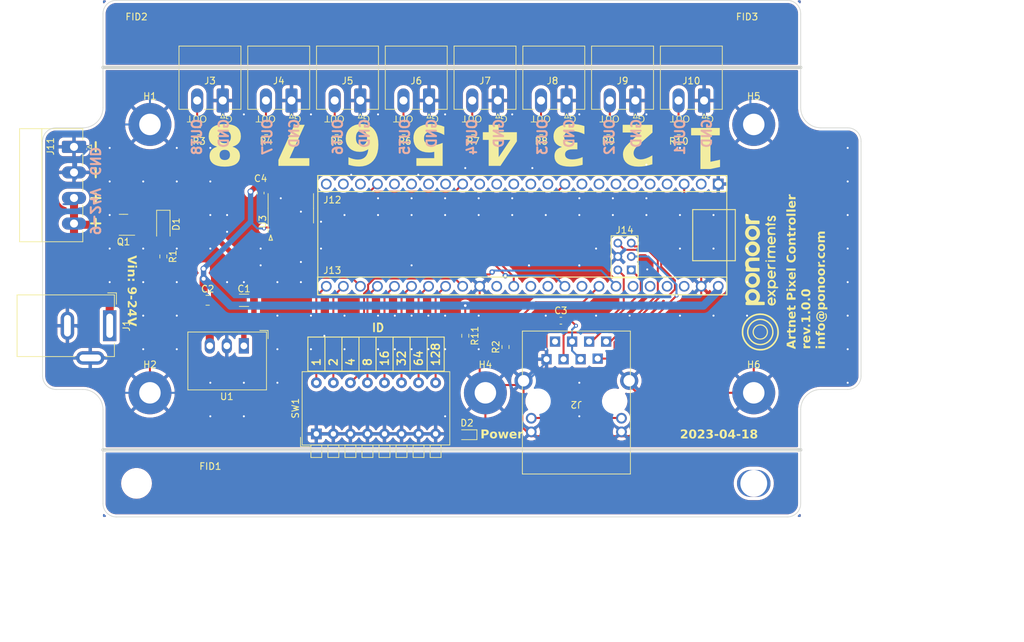
<source format=kicad_pcb>
(kicad_pcb (version 20221018) (generator pcbnew)
  (title_block (title "Artnet Pixel Controller Mount Image") (date "2023-04-14") (rev "v0.1.0") (company "Ponoor Experiments inc."))
  (layers (0 "F.Cu" signal) (31 "B.Cu" signal) (34 "B.Paste" user) (35 "F.Paste" user) (36 "B.SilkS" user "B.Silkscreen") (37 "F.SilkS" user "F.Silkscreen") (38 "B.Mask" user) (39 "F.Mask" user) (44 "Edge.Cuts" user))
  (net 0 "")
  (net 1 "Net-(D1-K)")
  (net 2 "GND")
  (net 3 "+5V")
  (net 4 "Net-(J2-RCT)")
  (net 5 "Net-(D1-A)")
  (net 6 "Net-(D2-A)")
  (net 7 "Net-(J11-Pin_3)")
  (net 8 "Net-(J2-TD+)")
  (net 9 "Net-(J2-TD-)")
  (net 10 "Net-(J2-RD+)")
  (net 11 "Net-(J2-RD-)")
  (net 12 "Net-(U2-LED)")
  (net 13 "Net-(J2-Pad11)")
  (net 14 "Net-(J3-Pin_2)")
  (net 15 "Net-(J4-Pin_2)")
  (net 16 "Net-(J5-Pin_2)")
  (net 17 "Net-(J6-Pin_2)")
  (net 18 "Net-(J7-Pin_2)")
  (net 19 "Net-(J8-Pin_2)")
  (net 20 "Net-(J9-Pin_2)")
  (net 21 "Net-(J10-Pin_2)")
  (net 22 "/LINK_LED")
  (net 23 "Net-(U3-B0)")
  (net 24 "Net-(U3-B1)")
  (net 25 "Net-(U3-B2)")
  (net 26 "Net-(U3-B3)")
  (net 27 "Net-(U3-B4)")
  (net 28 "Net-(U3-B5)")
  (net 29 "Net-(U3-B6)")
  (net 30 "Net-(U3-B7)")
  (net 32 "Net-(U2-41)")
  (net 33 "/LED_1")
  (net 36 "/LED_8")
  (net 37 "/LED_5")
  (net 38 "/LED_3")
  (net 39 "/LED_4")
  (net 56 "/LED_2")
  (net 61 "/LED_6")
  (net 62 "/LED_7")
  (net 65 "Net-(U2-33)")
  (net 66 "Net-(U2-34)")
  (net 68 "Net-(U2-36)")
  (net 69 "Net-(U2-37)")
  (net 70 "Net-(U2-38)")
  (net 71 "Net-(U2-39)")
  (net 72 "Net-(U2-40)")
  (footprint "Capacitor_SMD:C_0603_1608Metric" (layer "F.Cu") (at 167.25 120.75 180)
    (fp_text reference "C3")
    (fp_text value "100nF")
  )
  (footprint "MountingHole:MountingHole_3.2mm_M3_Pad" (layer "F.Cu") (at 196 91.5)
    (fp_text reference "H5")
    (fp_text value "MountingHole_Pad")
  )
  (footprint "Connector_Phoenix_MC:PhoenixContact_MC_1,5_4-G-3.81_1x04_P3.81mm_Horizontal" (layer "F.Cu") (at 94.6825 94.84 -90)
    (fp_text reference "J11")
    (fp_text value "Conn_01x04_Pin")
  )
  (footprint "Package_SO:TSSOP-20_4.4x6.5mm_P0.65mm" (layer "F.Cu") (at 127 104 90)
    (fp_text reference "U3")
    (fp_text value "74HC245")
  )
  (footprint "Resistor_SMD:R_0603_1608Metric" (layer "F.Cu") (at 113.325 92.5 180)
    (fp_text reference "R3")
    (fp_text value "330")
  )
  (footprint "Resistor_SMD:R_0603_1608Metric" (layer "F.Cu") (at 159 124.675 90)
    (fp_text reference "R2")
    (fp_text value "220")
  )
  (footprint "Fiducial:Fiducial_1mm_Mask3mm" (layer "F.Cu") (at 104 78)
    (fp_text reference "FID2")
    (fp_text value "Fiducial")
  )
  (footprint "Resistor_SMD:R_0603_1608Metric" (layer "F.Cu") (at 174.325 92.5)
    (fp_text reference "R9")
    (fp_text value "330")
  )
  (footprint "Connector_BarrelJack:BarrelJack_GCT_DCJ200-10-A_Horizontal" (layer "F.Cu") (at 100 121.5 -90)
    (fp_text reference "J1")
    (fp_text value "Barrel_Jack_Switch")
  )
  (footprint "Diode_SMD:D_SOD-123F" (layer "F.Cu") (at 108 106.5 -90)
    (fp_text reference "D1")
    (fp_text value "BZT52C5V1/5V")
  )
  (footprint "Capacitor_SMD:C_1206_3216Metric" (layer "F.Cu") (at 120.028 117.7075 180)
    (fp_text reference "C1")
    (fp_text value "10uF/50V")
  )
  (footprint "MountingHole:MountingHole_3.2mm_M3_Pad" (layer "F.Cu") (at 196 131.5)
    (fp_text reference locked "H6")
    (fp_text value "MountingHole_Pad")
  )
  (footprint "Local_Library:Teensy41_bothside+ETH" (layer "F.Cu") (at 161.5 108 180)
    (fp_text reference "U2" hide)
    (fp_text value "~")
  )
  (footprint "Button_Switch_THT:SW_DIP_SPSTx08_Piano_10.8x21.88mm_W7.62mm_P2.54mm" (layer "F.Cu") (at 130.8 137.62 90)
    (fp_text reference "SW1")
    (fp_text value "SW_DIP_x08")
  )
  (footprint "Connector_Phoenix_MC:PhoenixContact_MC_1,5_2-G-3.81_1x02_P3.81mm_Horizontal" (layer "F.Cu") (at 147.6 87.9325 180)
    (fp_text reference "J6")
    (fp_text value "Conn_01x02_Pin")
  )
  (footprint "Connector_Phoenix_MC:PhoenixContact_MC_1,5_2-G-3.81_1x02_P3.81mm_Horizontal" (layer "F.Cu") (at 137.35 87.9325 180)
    (fp_text reference "J5")
    (fp_text value "Conn_01x02_Pin")
  )
  (footprint "Resistor_SMD:R_0603_1608Metric" (layer "F.Cu") (at 133.825 92.5)
    (fp_text reference "R5")
    (fp_text value "330")
  )
  (footprint "MountingHole:MountingHole_3.2mm_M3_Pad" (layer "F.Cu") (at 106 91.5)
    (fp_text reference "H1")
    (fp_text value "MountingHole_Pad")
  )
  (footprint "Local_Library:HR871181A" (layer "F.Cu") (at 169.56 132.75 180)
    (fp_text reference "J2")
    (fp_text value "HR871181A")
  )
  (footprint "MountingHole:MountingHole_3.2mm_M3_Pad" (layer "F.Cu") (at 156 131.5)
    (fp_text reference "H4")
    (fp_text value "MountingHole_Pad")
  )
  (footprint "Connector_Phoenix_MC:PhoenixContact_MC_1,5_2-G-3.81_1x02_P3.81mm_Horizontal" (layer "F.Cu") (at 178.35 87.9325 180)
    (fp_text reference "J9")
    (fp_text value "Conn_01x02_Pin")
  )
  (footprint "Resistor_SMD:R_0603_1608Metric" (layer "F.Cu") (at 123.325 92.5 180)
    (fp_text reference "R4")
    (fp_text value "330")
  )
  (footprint "MountingHole:MountingHole_4mm" (layer "F.Cu") (at 196 145)
    (fp_text reference "H7" hide)
    (fp_text value "MountingHole")
  )
  (footprint "Resistor_SMD:R_0603_1608Metric" (layer "F.Cu") (at 143.825 92.5)
    (fp_text reference "R6")
    (fp_text value "330")
  )
  (footprint "Package_TO_SOT_SMD:SOT-23" (layer "F.Cu") (at 102.0625 106.45 180)
    (fp_text reference "Q1")
    (fp_text value "AO3401A")
  )
  (footprint "Resistor_SMD:R_0603_1608Metric" (layer "F.Cu") (at 164.325 92.5)
    (fp_text reference "R8")
    (fp_text value "330")
  )
  (footprint "Connector_Phoenix_MC:PhoenixContact_MC_1,5_2-G-3.81_1x02_P3.81mm_Horizontal" (layer "F.Cu") (at 127.1 87.9325 180)
    (fp_text reference "J4")
    (fp_text value "Conn_01x02_Pin")
  )
  (footprint "Fiducial:Fiducial_1mm_Mask3mm" (layer "F.Cu") (at 195 78)
    (fp_text reference "FID3")
    (fp_text value "Fiducial")
  )
  (footprint "Fiducial:Fiducial_1mm_Mask3mm" (layer "F.Cu") (at 115 145)
    (fp_text reference "FID1")
    (fp_text value "Fiducial")
  )
  (footprint "Connector_Phoenix_MC:PhoenixContact_MC_1,5_2-G-3.81_1x02_P3.81mm_Horizontal" (layer "F.Cu") (at 168.1 87.9325 180)
    (fp_text reference "J8")
    (fp_text value "Conn_01x02_Pin")
  )
  (footprint "Connector_Phoenix_MC:PhoenixContact_MC_1,5_2-G-3.81_1x02_P3.81mm_Horizontal" (layer "F.Cu") (at 157.85 87.9325 180)
    (fp_text reference "J7")
    (fp_text value "Conn_01x02_Pin")
  )
  (footprint "Converter_DCDC:Converter_DCDC_RECOM_R-78E-0.5_THT" (layer "F.Cu") (at 120 124.5 180)
    (fp_text reference "U1")
    (fp_text value "R-785.0-1.0")
  )
  (footprint "Capacitor_SMD:C_0805_2012Metric" (layer "F.Cu") (at 114.603 117.7075)
    (fp_text reference "C2")
    (fp_text value "10uF/10V")
  )
  (footprint "MountingHole:MountingHole_3.2mm_M3_Pad" (layer "F.Cu") (at 106 131.5)
    (fp_text reference "H2")
    (fp_text value "MountingHole_Pad")
  )
  (footprint "Resistor_SMD:R_0603_1608Metric" (layer "F.Cu") (at 153 123 -90)
    (fp_text reference "R11")
    (fp_text value "10k")
  )
  (footprint "Connector_Phoenix_MC:PhoenixContact_MC_1,5_2-G-3.81_1x02_P3.81mm_Horizontal" (layer "F.Cu") (at 116.85 87.9325 180)
    (fp_text reference "J3")
    (fp_text value "Conn_01x02_Pin")
  )
  (footprint "Connector_Phoenix_MC:PhoenixContact_MC_1,5_2-G-3.81_1x02_P3.81mm_Horizontal" (layer "F.Cu") (at 188.6 87.9325 180)
    (fp_text reference "J10")
    (fp_text value "Conn_01x02_Pin")
  )
  (footprint "MountingHole:MountingHole_4mm" (layer "F.Cu") (at 104 145)
    (fp_text reference "H3" hide)
    (fp_text value "MountingHole")
  )
  (footprint "Resistor_SMD:R_0603_1608Metric" (layer "F.Cu") (at 108 111.175 -90)
    (fp_text reference "R1")
    (fp_text value "10k")
  )
  (footprint "Resistor_SMD:R_0603_1608Metric" (layer "F.Cu") (at 184.825 92.5)
    (fp_text reference "R10")
    (fp_text value "330")
  )
  (footprint "Capacitor_SMD:C_0603_1608Metric" (layer "F.Cu") (at 122.5 101.725 -90)
    (fp_text reference "C4")
    (fp_text value "100nF")
  )
  (footprint "Local_Library:ponoor_full_21x6" (layer "F.Cu") (at 197 115 90)
    (fp_text reference "G***" hide)
    (fp_text value "LOGO" hide)
  )
  (footprint "LED_SMD:LED_0603_1608Metric" (layer "F.Cu") (at 153.25 137.75 180)
    (fp_text reference "D2")
    (fp_text value "LED")
  )
  (footprint "Resistor_SMD:R_0603_1608Metric" (layer "F.Cu") (at 154.175 92.5)
    (fp_text reference "R7")
    (fp_text value "330")
  )
  (gr_line (start 147.32 128.27) (end 144.78 128.27) (stroke (width 0.15)) (layer "F.SilkS"))
  (gr_line (start 132.08 128.27) (end 132.08 123.19) (stroke (width 0.15)) (layer "F.SilkS"))
  (gr_line (start 147.32 123.19) (end 147.32 128.27) (stroke (width 0.15)) (layer "F.SilkS"))
  (gr_line (start 149.86 123.19) (end 129.54 123.19) (stroke (width 0.15)) (layer "F.SilkS"))
  (gr_line (start 123.75 108.75) (end 124.25 108.75) (stroke (width 0.15)) (layer "F.SilkS"))
  (gr_rect (start 131.02 99.11) (end 192 101.5) (stroke (width 0.15)) (fill none) (layer "F.SilkS"))
  (gr_line (start 134.62 123.19) (end 134.62 128.27) (stroke (width 0.15)) (layer "F.SilkS"))
  (gr_rect (start 131 114.25) (end 191.98 116.89) (stroke (width 0.15)) (fill none) (layer "F.SilkS"))
  (gr_line (start 124 108) (end 123.75 108.75) (stroke (width 0.15)) (layer "F.SilkS"))
  (gr_line (start 139.7 123.19) (end 139.7 128.27) (stroke (width 0.15)) (layer "F.SilkS"))
  (gr_line (start 137.16 123.19) (end 134.62 123.19) (stroke (width 0.15)) (layer "F.SilkS"))
  (gr_line (start 134.62 128.27) (end 132.08 128.27) (stroke (width 0.15)) (layer "F.SilkS"))
  (gr_line (start 124.25 108.75) (end 124 108) (stroke (width 0.15)) (layer "F.SilkS"))
  (gr_line (start 129.54 123.19) (end 129.54 128.27) (stroke (width 0.15)) (layer "F.SilkS"))
  (gr_line (start 144.78 128.27) (end 144.78 123.19) (stroke (width 0.15)) (layer "F.SilkS"))
  (gr_line (start 129.54 128.27) (end 149.86 128.27) (stroke (width 0.15)) (layer "F.SilkS"))
  (gr_line (start 142.24 123.19) (end 142.24 128.27) (stroke (width 0.15)) (layer "F.SilkS"))
  (gr_line (start 137.16 128.27) (end 137.16 123.19) (stroke (width 0.15)) (layer "F.SilkS"))
  (gr_line (start 144.78 123.19) (end 142.24 123.19) (stroke (width 0.15)) (layer "F.SilkS"))
  (gr_line (start 142.24 128.27) (end 139.7 128.27) (stroke (width 0.15)) (layer "F.SilkS"))
  (gr_line (start 139.7 128.27) (end 137.16 128.27) (stroke (width 0.15)) (layer "F.SilkS"))
  (gr_line (start 149.86 128.27) (end 149.86 123.19) (stroke (width 0.15)) (layer "F.SilkS"))
  (gr_arc (start 201 73) (mid 202.414214 73.585786) (end 203 75) (stroke (width 0.1)) (layer "Edge.Cuts"))
  (gr_arc locked (start 206 92) (mid 203.87868 91.12132) (end 203 89) (stroke (width 0.1)) (layer "Edge.Cuts"))
  (gr_line (start 203 83) (end 203 89) (stroke (width 0.1)) (layer "Edge.Cuts"))
  (gr_line locked (start 90 94) (end 90 129) (stroke (width 0.1)) (layer "Edge.Cuts"))
  (gr_line (start 201 150) (end 101 150) (stroke (width 0.1)) (layer "Edge.Cuts"))
  (gr_line locked (start 96 131) (end 92 131) (stroke (width 0.1)) (layer "Edge.Cuts"))
  (gr_line locked (start 206 92) (end 210 92) (stroke (width 0.1)) (layer "Edge.Cuts"))
  (gr_arc (start 99 75) (mid 99.585786 73.585786) (end 101 73) (stroke (width 0.1)) (layer "Edge.Cuts"))
  (gr_arc locked (start 212 129) (mid 211.414214 130.414214) (end 210 131) (stroke (width 0.1)) (layer "Edge.Cuts"))
  (gr_arc (start 101 150) (mid 99.585786 149.414214) (end 99 148) (stroke (width 0.1)) (layer "Edge.Cuts"))
  (gr_line (start 203 83) (end 99 83) (stroke (width 0.5)) (layer "Edge.Cuts"))
  (gr_arc locked (start 99 89) (mid 98.12132 91.12132) (end 96 92) (stroke (width 0.1)) (layer "Edge.Cuts"))
  (gr_line (start 203 83) (end 203 75) (stroke (width 0.1)) (layer "Edge.Cuts"))
  (gr_line (start 203 140) (end 203 148) (stroke (width 0.1)) (layer "Edge.Cuts"))
  (gr_line (start 99 89) (end 99 83) (stroke (width 0.1)) (layer "Edge.Cuts"))
  (gr_arc (start 203 148) (mid 202.414214 149.414214) (end 201 150) (stroke (width 0.1)) (layer "Edge.Cuts"))
  (gr_line locked (start 92 92) (end 96 92) (stroke (width 0.1)) (layer "Edge.Cuts"))
  (gr_line (start 101 73) (end 201 73) (stroke (width 0.1)) (layer "Edge.Cuts"))
  (gr_line (start 99 140) (end 99 134) (stroke (width 0.1)) (layer "Edge.Cuts"))
  (gr_line (start 203 134) (end 203 140) (stroke (width 0.1)) (layer "Edge.Cuts"))
  (gr_arc locked (start 90 94) (mid 90.585786 92.585786) (end 92 92) (stroke (width 0.1)) (layer "Edge.Cuts"))
  (gr_arc locked (start 96 131) (mid 98.12132 131.87868) (end 99 134) (stroke (width 0.1)) (layer "Edge.Cuts"))
  (gr_line locked (start 212 129) (end 212 94) (stroke (width 0.1)) (layer "Edge.Cuts"))
  (gr_line (start 99 140) (end 203 140) (stroke (width 0.5)) (layer "Edge.Cuts"))
  (gr_line locked (start 210 131) (end 206 131) (stroke (width 0.1)) (layer "Edge.Cuts"))
  (gr_arc locked (start 210 92) (mid 211.414214 92.585786) (end 212 94) (stroke (width 0.1)) (layer "Edge.Cuts"))
  (gr_arc locked (start 92 131) (mid 90.585786 130.414214) (end 90 129) (stroke (width 0.1)) (layer "Edge.Cuts"))
  (gr_line (start 99 83) (end 99 75) (stroke (width 0.1)) (layer "Edge.Cuts"))
  (gr_line (start 99 140) (end 99 148) (stroke (width 0.1)) (layer "Edge.Cuts"))
  (gr_arc locked (start 203 134) (mid 203.87868 131.87868) (end 206 131) (stroke (width 0.1)) (layer "Edge.Cuts"))
  (gr_text "GND" (at 97 97 270) (layer "B.SilkS") (effects (font (size 1.4 1.4) (thickness 0.3) bold) (justify bottom mirror)))
  (gr_text "9-24V" (at 97 104.5 270) (layer "B.SilkS") (effects (font (size 1.4 1.4) (thickness 0.3) bold) (justify bottom mirror)))
  (gr_text "OUT4" (at 154 90.5 90) (layer "B.SilkS") (effects (font (size 1.4 1.4) (thickness 0.3) bold) (justify left mirror)))
  (gr_text "GND" (at 148 90.5 90) (layer "B.SilkS") (effects (font (size 1.4 1.4) (thickness 0.3) bold) (justify left mirror)))
  (gr_text "OUT5" (at 144 90.5 90) (layer "B.SilkS") (effects (font (size 1.4 1.4) (thickness 0.3) bold) (justify left mirror)))
  (gr_text "GND" (at 117 90.5 90) (layer "B.SilkS") (effects (font (size 1.4 1.4) (thickness 0.3) bold) (justify left mirror)))
  (gr_text "OUT6" (at 134 90.5 90) (layer "B.SilkS") (effects (font (size 1.4 1.4) (thickness 0.3) bold) (justify left mirror)))
  (gr_text "GND" (at 189 90.5 90) (layer "B.SilkS") (effects (font (size 1.4 1.4) (thickness 0.3) bold) (justify left mirror)))
  (gr_text "GND" (at 158 90.5 90) (layer "B.SilkS") (effects (font (size 1.4 1.4) (thickness 0.3) bold) (justify left mirror)))
  (gr_text "OUT1" (at 185 90.5 90) (layer "B.SilkS") (effects (font (size 1.4 1.4) (thickness 0.3) bold) (justify left mirror)))
  (gr_text "GND" (at 127.5 90.5 90) (layer "B.SilkS") (effects (font (size 1.4 1.4) (thickness 0.3) bold) (justify left mirror)))
  (gr_text "OUT7" (at 123.5 90.5 90) (layer "B.SilkS") (effects (font (size 1.4 1.4) (thickness 0.3) bold) (justify left mirror)))
  (gr_text "OUT3" (at 164.5 90.5 90) (layer "B.SilkS") (effects (font (size 1.4 1.4) (thickness 0.3) bold) (justify left mirror)))
  (gr_text "GND" (at 138 90.5 90) (layer "B.SilkS") (effects (font (size 1.4 1.4) (thickness 0.3) bold) (justify left mirror)))
  (gr_text "GND" (at 178.5 90.5 90) (layer "B.SilkS") (effects (font (size 1.4 1.4) (thickness 0.3) bold) (justify left mirror)))
  (gr_text "OUT8" (at 113 90.5 90) (layer "B.SilkS") (effects (font (size 1.4 1.4) (thickness 0.3) bold) (justify left mirror)))
  (gr_text "GND" (at 168.5 90.5 90) (layer "B.SilkS") (effects (font (size 1.4 1.4) (thickness 0.3) bold) (justify left mirror)))
  (gr_text "OUT2" (at 174.5 90.5 90) (layer "B.SilkS") (effects (font (size 1.4 1.4) (thickness 0.3) bold) (justify left mirror)))
  (gr_text "+" (at 97.011352 102.473229 270) (layer "F.SilkS") (effects (font (size 1.8 1.8) (thickness 0.3) bold) (justify bottom)))
  (gr_text "2" (at 178.65 90.5325 180) (layer "F.SilkS") (effects (font (size 6 6) (thickness 1.2) bold) (justify bottom)))
  (gr_text "OUT" (at 174.5 90 180) (layer "F.SilkS") (effects (font (size 1 1) (thickness 0.125)) (justify bottom)))
  (gr_text "J12" (at 131.75 102.75) (layer "F.SilkS") (effects (font (size 1 1)) (justify left)))
  (gr_text "G" (at 169 90 180) (layer "F.SilkS") (effects (font (size 1 1) (thickness 0.125)) (justify bottom)))
  (gr_text "OUT" (at 123.25 90 180) (layer "F.SilkS") (effects (font (size 1 1) (thickness 0.125)) (justify bottom)))
  (gr_text "8" (at 117.15 90.5325 180) (layer "F.SilkS") (effects (font (size 6 6) (thickness 1.2) bold) (justify bottom)))
  (gr_text "G" (at 138.25 90 180) (layer "F.SilkS") (effects (font (size 1 1) (thickness 0.125)) (justify bottom)))
  (gr_text "16\n" (at 140.97 127.635 90) (layer "F.SilkS") (effects (font (size 1.2 1.2) (thickness 0.22) bold) (justify left)))
  (gr_text "OUT" (at 143.75 90 180) (layer "F.SilkS") (effects (font (size 1 1) (thickness 0.125)) (justify bottom)))
  (gr_text "Power" (at 155.25 137.75) (layer "F.SilkS") (effects (font (size 1.3 1.3) (thickness 0.26) bold) (justify left)))
  (gr_text "-" (at 97 98.692757 -90) (layer "F.SilkS") (effects (font (size 1.8 1.8) (thickness 0.3) bold) (justify bottom)))
  (gr_text "1" (at 189 91 180) (layer "F.SilkS") (effects (font (size 6 6) (thickness 1.2) bold) (justify bottom)))
  (gr_text "G" (at 148.5 90 180) (layer "F.SilkS") (effects (font (size 1 1) (thickness 0.125)) (justify bottom)))
  (gr_text "64\n" (at 146.05 127.635 90) (layer "F.SilkS") (effects (font (size 1.2 1.2) (thickness 0.22) bold) (justify left)))
  (gr_text "OUT" (at 164.25 90 180) (layer "F.SilkS") (effects (font (size 1 1) (thickness 0.125)) (justify bottom)))
  (gr_text "1" (at 130.81 127.635 90) (layer "F.SilkS") (effects (font (size 1.2 1.2) (thickness 0.22) bold) (justify left)))
  (gr_text "G" (at 189.5 90 180) (layer "F.SilkS") (effects (font (size 1 1) (thickness 0.125)) (justify bottom)))
  (gr_text "8" (at 138.43 127.635 90) (layer "F.SilkS") (effects (font (size 1.2 1.2) (thickness 0.22) bold) (justify left)))
  (gr_text "6" (at 137.65 90.5325 180) (layer "F.SilkS") (effects (font (size 6 6) (thickness 1.2) bold) (justify bottom)))
  (gr_text "4" (at 135.89 127.635 90) (layer "F.SilkS") (effects (font (size 1.2 1.2) (thickness 0.22) bold) (justify left)))
  (gr_text "G" (at 117.75 90 180) (layer "F.SilkS") (effects (font (size 1 1) (thickness 0.125)) (justify bottom)))
  (gr_text "OUT" (at 113 90 180) (layer "F.SilkS") (effects (font (size 1 1) (thickness 0.125)) (justify bottom)))
  (gr_text "OUT" (at 133.5 90 180) (layer "F.SilkS") (effects (font (size 1 1) (thickness 0.125)) (justify bottom)))
  (gr_text "-" (at 97 94.82 -90) (layer "F.SilkS") (effects (font (size 1.8 1.8) (thickness 0.3) bold) (justify bottom)))
  (gr_text "2" (at 133.35 127.635 90) (layer "F.SilkS") (effects (font (size 1.2 1.2) (thickness 0.22) bold) (justify left)))
  (gr_text "32" (at 143.51 127.635 90) (layer "F.SilkS") (effects (font (size 1.2 1.2) (thickness 0.22) bold) (justify left)))
  (gr_text "7" (at 127.4 90.5325 180) (layer "F.SilkS") (effects (font (size 6 6) (thickness 1.2) bold) (justify bottom)))
  (gr_text "5" (at 147.6 90.5325 180) (layer "F.SilkS") (effects (font (size 6 6) (thickness 1.2) bold) (justify bottom)))
  (gr_text "Vin: 9-24V" (at 104 111 270) (layer "F.SilkS") (effects (font (size 1.3 1.3) (thickness 0.32) bold) (justify left top)))
  (gr_text "4" (at 158.15 90.5325 180) (layer "F.SilkS") (effects (font (size 6 6) (thickness 1.2) bold) (justify bottom)))
  (gr_text "G" (at 179.25 90 180) (layer "F.SilkS") (effects (font (size 1 1) (thickness 0.125)) (justify bottom)))
  (gr_text "128" (at 148.59 127.635 90) (layer "F.SilkS") (effects (font (size 1.2 1.2) (thickness 0.22) bold) (justify left)))
  (gr_text "J13" (at 131.75 113.25) (layer "F.SilkS") (effects (font (size 1 1)) (justify left)))
  (gr_text "ID" (at 140 122.5) (layer "F.SilkS") (effects (font (size 1.2 1.2) (thickness 0.25) bold) (justify bottom)))
  (gr_text "Artnet Pixel Controller\nrev.1.0.0\ninfo@ponoor.com" (at 200.931327 125 90) (layer "F.SilkS") (effects (font (size 1.3 1.3) (thickness 0.32) bold) (justify left top)))
  (gr_text "2023-04-18" (at 185 137) (layer "F.SilkS") (effects (font (size 1.3 1.3) (thickness 0.32) bold) (justify left top)))
  (gr_text "J14" (at 176.75 107.25) (layer "F.SilkS") (effects (font (size 1 1))))
  (gr_text "G" (at 128 90 180) (layer "F.SilkS") (effects (font (size 1 1) (thickness 0.125)) (justify bottom)))
  (gr_text "3" (at 168.4 90.5325 180) (layer "F.SilkS") (effects (font (size 6 6) (thickness 1.2) bold) (justify bottom)))
  (gr_text "OUT" (at 154 90 180) (layer "F.SilkS") (effects (font (size 1 1) (thickness 0.125)) (justify bottom)))
  (gr_text "+" (at 97 106.25 270) (layer "F.SilkS") (effects (font (size 1.8 1.8) (thickness 0.3) bold) (justify bottom)))
  (gr_text "G" (at 158.75 90 180) (layer "F.SilkS") (effects (font (size 1 1) (thickness 0.125)) (justify bottom)))
  (gr_text "OUT" (at 185 90 180) (layer "F.SilkS") (effects (font (size 1 1) (thickness 0.125)) (justify bottom)))
  (segment (start 120 124.5) (end 120 121.5) (width 0.8) (layer "F.Cu") (net 1))
  (segment (start 121.503 114.003) (end 121.503 117.7075) (width 0.8) (layer "F.Cu") (net 1))
  (segment (start 112.6 105.1) (end 121.503 114.003) (width 0.8) (layer "F.Cu") (net 1))
  (segment (start 121.5 117.7105) (end 121.503 117.7075) (width 0.8) (layer "F.Cu") (net 1))
  (segment (start 120 121.5) (end 121.5 120) (width 0.8) (layer "F.Cu") (net 1))
  (segment (start 103 105.5) (end 107.6 105.5) (width 0.8) (layer "F.Cu") (net 1))
  (segment (start 108 105.1) (end 112.6 105.1) (width 0.8) (layer "F.Cu") (net 1))
  (segment (start 107.6 105.5) (end 108 105.1) (width 0.8) (layer "F.Cu") (net 1))
  (segment (start 121.5 120) (end 121.5 117.7105) (width 0.8) (layer "F.Cu") (net 1))
  (segment (start 94.6825 94.84) (end 94.6825 98.65) (width 0.25) (layer "F.Cu") (net 2))
  (segment (start 175.75 124.75) (end 182.5 118) (width 0.25) (layer "F.Cu") (net 2))
  (segment (start 156 131.5) (end 157.16 130.34) (width 0.3) (layer "F.Cu") (net 2))
  (segment (start 176.285 137.96) (end 182.04 137.96) (width 0.3) (layer "F.Cu") (net 2))
  (segment (start 130.8 137.62) (end 112.12 137.62) (width 0.3) (layer "F.Cu") (net 2))
  (segment (start 170 130) (end 172 130) (width 0.25) (layer "F.Cu") (net 2))
  (segment (start 179 131.905) (end 177.435 130.34) (width 0.3) (layer "F.Cu") (net 2))
  (segment (start 122.5 102.5) (end 101.5 102.5) (width 0.3) (layer "F.Cu") (net 2))
  (segment (start 162.835 137.96) (end 176.285 137.96) (width 0.3) (layer "F.Cu") (net 2))
  (segment (start 161.5 136.625) (end 161.5 134.5) (width 0.3) (layer "F.Cu") (net 2))
  (segment (start 162.835 137.96) (end 161.5 136.625) (width 0.3) (layer "F.Cu") (net 2))
  (segment (start 129.925 106.8625) (end 130.6375 106.8625) (width 0.4) (layer "F.Cu") (net 2))
  (segment (start 188.17 115.62) (end 188.17 108.83) (width 0.3) (layer "F.Cu") (net 2))
  (segment (start 108 119) (end 106 121) (width 0.3) (layer "F.Cu") (net 2))
  (segment (start 166.475 120.75) (end 165.11 122.115) (width 0.3) (layer "F.Cu") (net 2))
  (segment (start 118.553 117.7075) (end 118.553 119.867) (width 0.3) (layer "F.Cu") (net 2))
  (segment (start 155.15 115.62) (end 155.15 119.85) (width 0.3) (layer "F.Cu") (net 2))
  (segment (start 112.12 137.62) (end 106 131.5) (width 0.3) (layer "F.Cu") (net 2))
  (segment (start 190.71 106.29) (end 190.71 100.38) (width 0.3) (layer "F.Cu") (net 2))
  (segment (start 124.5 102.5) (end 122.5 102.5) (width 0.3) (layer "F.Cu") (net 2))
  (segment (start 146.04 137.62) (end 143.5 137.62) (width 0.3) (layer "F.Cu") (net 2))
  (segment (start 155.15 125.15) (end 155.15 130.65) (width 0.3) (layer "F.Cu") (net 2))
  (segment (start 155.15 120.15) (end 155.15 124.85) (width 0.3) (layer "F.Cu") (net 2))
  (segment (start 161.5 134.5) (end 161.685 134.315) (width 0.3) (layer "F.Cu") (net 2))
  (segment (start 115.553 117.7075) (end 115.553 119.053) (width 0.3) (layer "F.Cu") (net 2))
  (segment (start 188.17 115.62) (end 188.17 119.67) (width 0.3) (layer "F.Cu") (net 2))
  (segment (start 148.58 137.62) (end 146.04 137.62) (width 0.3) (layer "F.Cu") (net 2))
  (segment (start 154.0375 137.75) (end 155.2125 137.75) (width 0.3) (layer "F.Cu") (net 2))
  (segment (start 133.34 137.62) (end 135.88 137.62) (width 0.3) (layer "F.Cu") (net 2))
  (segment (start 101.5 102.5) (end 97.65 98.65) (width 0.3) (layer "F.Cu") (net 2))
  (segment (start 155.15 130.65) (end 156 131.5) (width 0.3) (layer "F.Cu") (net 2))
  (segment (start 171.4209 106.8625) (end 175.74 111.1816) (width 0.4) (layer "F.Cu") (net 2))
  (segment (start 135.88 137.62) (end 138.42 137.62) (width 0.3) (layer "F.Cu") (net 2))
  (segment (start 165.11 125.11) (end 165 125) (width 0.25) (layer "F.Cu") (net 2))
  (segment (start 155.15 119.85) (end 155 120) (width 0.3) (layer "F.Cu") (net 2))
  (segment (start 179 137.5) (end 179 131.905) (width 0.3) (layer "F.Cu") (net 2))
  (segment (start 188.17 108.83) (end 190.71 106.29) (width 0.3) (layer "F.Cu") (net 2))
  (segment (start 155.2125 137.75) (end 156 136.9625) (width 0.3) (layer "F.Cu") (net 2))
  (segment (start 161.685 134.315) (end 161.685 130.34) (width 0.3) (layer "F.Cu") (net 2))
  (segment (start 124.725 101.1375) (end 124.725 102.275) (width 0.3) (layer "F.Cu") (net 2))
  (segment (start 188.5 131.5) (end 196 131.5) (width 0.3) (layer "F.Cu") (net 2))
  (segment (start 175.75 126.25) (end 175.75 124.75) (width 0.25) (layer "F.Cu") (net 2))
  (segment (start 156 136.9625) (end 156 131.5) (width 0.3) (layer "F.Cu") (net 2))
  (segment (start 118.553 119.867) (end 117.46 120.96) (width 0.3) (layer "F.Cu") (net 2))
  (segment (start 172 130) (end 175.75 126.25) (width 0.25) (layer "F.Cu") (net 2))
  (segment (start 155.15 124.85) (end 155 125) (width 0.3) (layer "F.Cu") (net 2))
  (segment (start 115.553 119.053) (end 117.46 120.96) (width 0.3) (layer "F.Cu") (net 2))
  (segment (start 165.11 126.49) (end 165.11 125.11) (width 0.25) (layer "F.Cu") (net 2))
  (segment (start 124.725 102.275) (end 124.5 102.5) (width 0.3) (layer "F.Cu") (net 2))
  (segment (start 176.285 137.96) (end 178.54 137.96) (width 0.3) (layer "F.Cu") (net 2))
  (segment (start 129.925 106.8625) (end 171.4209 106.8625) (width 0.4) (layer "F.Cu") (net 2))
  (segment (start 155 125) (end 155.15 125.15) (width 0.3) (layer "F.Cu") (net 2))
  (segment (start 178.54 137.96) (end 179 137.5) (width 0.3) (layer "F.Cu") (net 2))
  (segment (start 196 127.5) (end 196 131.5) (width 0.3) (layer "F.Cu") (net 2))
  (segment (start 188.17 119.67) (end 196 127.5) (width 0.3) (layer "F.Cu") (net 2))
  (segment (start 165.11 122.115) (end 165.11 124.89) (width 0.3) (layer "F.Cu") (net 2))
  (segment (start 157.16 130.34) (end 161.685 130.34) (width 0.3) (layer "F.Cu") (net 2))
  (segment (start 117.46 120.96) (end 117.46 124.5) (width 0.3) (layer "F.Cu") (net 2))
  (segment (start 155 120) (end 155.15 120.15) (width 0.3) (layer "F.Cu") (net 2))
  (segment (start 97.65 98.65) (end 94.6825 98.65) (width 0.3) (layer "F.Cu") (net 2))
  (segment (start 108 112) (end 108 119) (width 0.3) (layer "F.Cu") (net 2))
  (segment (start 125.5 102.5) (end 124.5 102.5) (width 0.4) (layer "F.Cu") (net 2))
  (segment (start 165.11 124.89) (end 165 125) (width 0.3) (layer "F.Cu") (net 2))
  (segment (start 182.04 137.96) (end 188.5 131.5) (width 0.3) (layer "F.Cu") (net 2))
  (segment (start 138.42 137.62) (end 140.96 137.62) (width 0.3) (layer "F.Cu") (net 2))
  (segment (start 143.5 137.62) (end 140.96 137.62) (width 0.3) (layer "F.Cu") (net 2))
  (segment (start 130.8 137.62) (end 133.34 137.62) (width 0.3) (layer "F.Cu") (net 2))
  (segment (start 130.6375 106.8625) (end 131.5 106) (width 0.4) (layer "F.Cu") (net 2))
  (segment (start 106 121) (end 106 131.5) (width 0.3) (layer "F.Cu") (net 2))
  (segment (start 182.5 118) (end 182.5 117.75) (width 0.25) (layer "F.Cu") (net 2))
  (via (at 125 130) (size 0.6) (drill 0.3) (layers "F.Cu" "B.Cu") (net 2))
  (via (at 100 105) (size 0.6) (drill 0.3) (layers "F.Cu" "B.Cu") (net 2))
  (via (at 190 110) (size 0.6) (drill 0.3) (layers "F.Cu" "B.Cu") (net 2))
  (via (at 120 115) (size 0.6) (drill 0.3) (layers "F.Cu" "B.Cu") (net 2))
  (via (at 145 125) (size 0.6) (drill 0.3) (layers "F.Cu" "B.Cu") (net 2))
  (via (at 140 102.5) (size 0.6) (drill 0.3) (layers "F.Cu" "B.Cu") (net 2))
  (via (at 110 95) (size 0.6) (drill 0.3) (layers "F.Cu" "B.Cu") (net 2))
  (via (at 185 110) (size 0.6) (drill 0.3) (layers "F.Cu" "B.Cu") (net 2))
  (via (at 170 130) (size 0.6) (drill 0.3) (layers "F.Cu" "B.Cu") (net 2))
  (via (at 105 120) (size 0.6) (drill 0.3) (layers "F.Cu" "B.Cu") (net 2))
  (via (at 180 105) (size 0.6) (drill 0.3) (layers "F.Cu" "B.Cu") (net 2))
  (via (at 130 125) (size 0.6) (drill 0.3) (layers "F.Cu" "B.Cu") (net 2))
  (via (at 135 125) (size 0.6) (drill 0.3) (layers "F.Cu" "B.Cu") (net 2))
  (via (at 117.5 107.5) (size 0.6) (drill 0.3) (layers "F.Cu" "B.Cu") (net 2))
  (via (at 128.5 112) (size 0.6) (drill 0.3) (layers "F.Cu" "B.Cu") (net 2))
  (via (at 122.5 112.5) (size 0.6) (drill 0.3) (layers "F.Cu" "B.Cu") (net 2))
  (via (at 210 120) (size 0.6) (drill 0.3) (layers "F.Cu" "B.Cu") (net 2))
  (via (at 155 120) (size 0.6) (drill 0.3) (layers "F.Cu" "B.Cu") (net 2))
  (via (at 140 125) (size 0.6) (drill 0.3) (layers "F.Cu" "B.Cu") (net 2))
  (via (at 210 130) (size 0.6) (drill 0.3) (layers "F.Cu" "B.Cu") (net 2))
  (via (at 120 135) (size 0.6) (drill 0.3) (layers "F.Cu" "B.Cu") (net 2))
  (via (at 195 115) (size 0.6) (drill 0.3) (layers "F.Cu" "B.Cu") (net 2))
  (via (at 131.5 110) (size 0.6) (drill 0.3) (layers "F.Cu" "B.Cu") (net 2))
  (via (at 100 95) (size 0.6) (drill 0.3) (layers "F.Cu" "B.Cu") (net 2))
  (via (at 105 125) (size 0.6) (drill 0.3) (layers "F.Cu" "B.Cu") (net 2))
  (via (at 160 102.5) (size 0.6) (drill 0.3) (layers "F.Cu" "B.Cu") (net 2))
  (via (at 145 112.5) (size 0.6) (drill 0.3) (layers "F.Cu" "B.Cu") (net 2))
  (via (at 180 97.5) (size 0.6) (drill 0.3) (layers "F.Cu" "B.Cu") (net 2))
  (via (at 115 95) (size 0.6) (drill 0.3) (layers "F.Cu" "B.Cu") (net 2))
  (via (at 160 90) (size 0.6) (drill 0.3) (layers "F.Cu" "B.Cu") (net 2))
  (via (at 190 120) (size 0.6) (drill 0.3) (layers "F.Cu" "B.Cu") (net 2))
  (via (at 165 105) (size 0.6) (drill 0.3) (layers "F.Cu" "B.Cu") (net 2))
  (via (at 128.5 115) (size 0.6) (drill 0.3) (layers "F.Cu" "B.Cu") (net 2))
  (via (at 153 98) (size 0.6) (drill 0.3) (layers "F.Cu" "B.Cu") (net 2))
  (via (at 150 105) (size 0.6) (drill 0.3) (layers "F.Cu" "B.Cu") (net 2))
  (via (at 165 125) (size 0.6) (drill 0.3) (layers "F.Cu" "B.Cu") (net 2))
  (via (at 210 105) (size 0.6) (drill 0.3) (layers "F.Cu" "B.Cu") (net 2))
  (via (at 115 110) (size 0.6) (drill 0.3) (layers "F.Cu" "B.Cu") (net 2))
  (via (at 180 102.5) (size 0.6) (drill 0.3) (layers "F.Cu" "B.Cu") (net 2))
  (via (at 115 100) (size 0.6) (drill 0.3) (layers "F.Cu" "B.Cu") (net 2))
  (via (at 170 102.5) (size 0.6) (drill 0.3) (layers "F.Cu" "B.Cu") (net 2))
  (via (at 185 105) (size 0.6) (drill 0.3) (layers "F.Cu" "B.Cu") (net 2))
  (via (at 136 99) (size 0.6) (drill 0.3) (layers "F.Cu" "B.Cu") (net 2))
  (via (at 160 105) (size 0.6) (drill 0.3) (layers "F.Cu" "B.Cu") (net 2))
  (via (at 115 105) (size 0.6) (drill 0.3) (layers "F.Cu" "B.Cu") (net 2))
  (via (at 195 110) (size 0.6) (drill 0.3) (layers "F.Cu" "B.Cu") (net 2))
  (via (at 150 90) (size 0.6) (drill 0.3) (layers "F.Cu" "B.Cu") (net 2))
  (via (at 147.5 125) (size 0.6) (drill 0.3) (layers "F.Cu" "B.Cu") (net 2))
  (via (at 210 100) (size 0.6) (drill 0.3) (layers "F.Cu" "B.Cu") (net 2))
  (via (at 210 110) (size 0.6) (drill 0.3) (layers "F.Cu" "B.Cu") (net 2))
  (via (at 210 95) (size 0.6) (drill 0.3) (layers "F.Cu" "B.Cu") (net 2))
  (via (at 130 120) (size 0.6) (drill 0.3) (layers "F.Cu" "B.Cu") (net 2))
  (via (at 100 100) (size 0.6) (drill 0.3) (layers "F.Cu" "B.Cu") (net 2))
  (via (at 142.5 125) (size 0.6) (drill 0.3) (layers "F.Cu" "B.Cu") (net 2))
  (via (at 120 130) (size 0.6) (drill 0.3) (layers "F.Cu" "B.Cu") (net 2))
  (via (at 195 120) (size 0.6) (drill 0.3) (layers "F.Cu" "B.Cu") (net 2))
  (via (at 210 125) (size 0.6) (drill 0.3) (layers "F.Cu" "B.Cu") (net 2))
  (via (at 125 125) (size 0.6) (drill 0.3) (layers "F.Cu" "B.Cu") (net 2))
  (via (at 170 90) (size 0.6) (drill 0.3) (layers "F.Cu" "B.Cu") (net 2))
  (via (at 128.5 104.5) (size 0.6) (drill 0.3) (layers "F.Cu" "B.Cu") (net 2))
  (via (at 117.5 115) (size 0.6) (drill 0.3) (layers "F.Cu" "B.Cu") (net 2))
  (via (at 110 110) (size 0.6) (drill 0.3) (layers "F.Cu" "B.Cu") (net 2))
  (via (at 110 100) (size 0.6) (drill 0.3) (layers "F.Cu" "B.Cu") (net 2))
  (via (at 140 120) (size 0.6) (drill 0.3) (layers "F.Cu" "B.Cu") (net 2))
  (via (at 117.5 105) (size 0.6) (drill 0.3) (layers "F.Cu" "B.Cu") (net 2))
  (via (at 110 115) (size 0.6) (drill 0.3) (layers "F.Cu" "B.Cu") (net 2))
  (via (at 162.5 112.5) (size 0.6) (drill 0.3) (layers "F.Cu" "B.Cu") (net 2))
  (via (at 185 120) (size 0.6) (drill 0.3) (layers "F.Cu" "B.Cu") (net 2))
  (via (at 150 125) (size 0.6) (drill 0.3) (layers "F.Cu" "B.Cu") (net 2))
  (via (at 155 105) (size 0.6) (drill 0.3) (layers "F.Cu" "B.Cu") (net 2))
  (via (at 150 135) (size 0.6) (drill 0.3) (layers "F.Cu" "B.Cu") (net 2))
  (via (at 170 105) (size 0.6) (drill 0.3) (layers "F.Cu" "B.Cu") (net 2))
  (via (at 175 105) (size 0.6) (drill 0.3) (layers "F.Cu" "B.Cu") (net 2))
  (via (at 120 90) (size 0.6) (drill 0.3) (layers "F.Cu" "B.Cu") (net 2))
  (via (at 155 102.5) (size 0.6) (drill 0.3) (layers "F.Cu" "B.Cu") (net 2))
  (via (at 110 120) (size 0.6) (drill 0.3) (layers "F.Cu" "B.Cu") (net 2))
  (via (at 115 135) (size 0.6) (drill 0.3) (layers "F.Cu" "B.Cu") (net 2))
  (via (at 163 98) (size 0.6) (drill 0.3) (layers "F.Cu" "B.Cu") (net 2))
  (via (at 105 115) (size 0.6) (drill 0.3) (layers "F.Cu" "B.Cu") (net 2))
  (via (at 140 90) (size 0.6) (drill 0.3) (layers "F.Cu" "B.Cu") (net 2))
  (via (at 180 90) (size 0.6) (drill 0.3) (layers "F.Cu" "B.Cu") (net 2))
  (via (at 180.128664 113.10548) (size 0.6) (drill 0.3) (layers "F.Cu" "B.Cu") (net 2))
  (via (at 146 99) (size 0.6) (drill 0.3) (layers "F.Cu" "B.Cu") (net 2))
  (via (at 125 120) (size 0.6) (drill 0.3) (layers "F.Cu" "B.Cu") (net 2))
  (via (at 172.5 120) (size 0.6) (drill 0.3) (layers "F.Cu" "B.Cu") (net 2))
  (via (at 175 102.5) (size 0.6) (drill 0.3) (layers "F.Cu" "B.Cu") (net 2))
  (via (at 135 120) (size 0.6) (drill 0.3) (layers "F.Cu" "B.Cu") (net 2))
  (via (at 185 95) (size 0.6) (drill 0.3) (layers "F.Cu" "B.Cu") (net 2))
  (via (at 155 125) (size 0.6) (drill 0.3) (layers "F.Cu" "B.Cu") (net 2))
  (via (at 150 120) (size 0.6) (drill 0.3) (layers "F.Cu" "B.Cu") (net 2))
  (via (at 172.5 110) (size 0.6) (drill 0.3) (layers "F.Cu" "B.Cu") (net 2))
  (via (at 110 125) (size 0.6) (drill 0.3) (layers "F.Cu" "B.Cu") (net 2))
  (via (at 195 105) (size 0.6) (drill 0.3) (layers "F.Cu" "B.Cu") (net 2))
  (via (at 100 110) (size 0.6) (drill 0.3) (layers "F.Cu" "B.Cu") (net 2))
  (via (at 135 105) (size 0.6) (drill 0.3) (layers "F.Cu" "B.Cu") (net 2))
  (via (at 210 115) (size 0.6) (drill 0.3) (layers "F.Cu" "B.Cu") (net 2))
  (via (at 100 115) (size 0.6) (drill 0.3) (layers "F.Cu" "B.Cu") (net 2))
  (via (at 122.5 110) (size 0.6) (drill 0.3) (layers "F.Cu" "B.Cu") (net 2))
  (via (at 147.5 120) (size 0.6) (drill 0.3) (layers "F.Cu" "B.Cu") (net 2))
  (via (at 145 105) (size 0.6) (drill 0.3) (layers "F.Cu" "B.Cu") (net 2))
  (via (at 140 105) (size 0.6) (drill 0.3) (layers "F.Cu" "B.Cu") (net 2))
  (via (at 142.5 120) (size 0.6) (drill 0.3) (layers "F.Cu" "B.Cu") (net 2))
  (via (at 115 130) (size 0.6) (drill 0.3) (layers "F.Cu" "B.Cu") (net 2))
  (via (at 170 112.5) (size 0.6) (drill 0.3) (layers "F.Cu" "B.Cu") (net 2))
  (via (at 105 110) (size 0.6) (drill 0.3) (layers "F.Cu" "B.Cu") (net 2))
  (via (at 105 100) (size 0.6) (drill 0.3) (layers "F.Cu" "B.Cu") (net 2))
  (via (at 145 120) (size 0.6) (drill 0.3) (layers "F.Cu" "B.Cu") (net 2))
  (via (at 165 120) (size 0.6) (drill 0.3) (layers "F.Cu" "B.Cu") (net 2))
  (via (at 177.5 120) (size 0.6) (drill 0.3) (layers "F.Cu" "B.Cu") (net 2))
  (via (at 150 102.5) (size 0.6) (drill 0.3) (layers "F.Cu" "B.Cu") (net 2))
  (via (at 125.5 102.5) (size 0.6) (drill 0.3) (layers "F.Cu" "B.Cu") (net 2))
  (via (at 131.5 106) (size 0.6) (drill 0.3) (layers "F.Cu" "B.Cu") (net 2))
  (via (at 125 115) (size 0.6) (drill 0.3) (layers "F.Cu" "B.Cu") (net 2))
  (via (at 170 135) (size 0.6) (drill 0.3) (layers "F.Cu" "B.Cu") (net 2))
  (via (at 130 90) (size 0.6) (drill 0.3) (layers "F.Cu" "B.Cu") (net 2))
  (via (at 145 102.5) (size 0.6) (drill 0.3) (layers "F.Cu" "B.Cu") (net 2))
  (via (at 190 105) (size 0.6) (drill 0.3) (layers "F.Cu" "B.Cu") (net 2))
  (via (at 132 123) (size 0.6) (drill 0.3) (layers "F.Cu" "B.Cu") (net 2))
  (segment (start 91.5 121) (end 91.5 99.25) (width 0.3) (layer "B.Cu") (net 2))
  (segment (start 147.6 85.1) (end 147.5 85) (width 0.3) (layer "B.Cu") (net 2))
  (segment (start 108 85) (end 117 85) (width 0.3) (layer "B.Cu") (net 2))
  (segment (start 114.5 131.5) (end 106 131.5) (width 0.3) (layer "B.Cu") (net 2))
  (segment (start 178.5 85) (end 188.5 85) (width 0.3) (layer "B.Cu") (net 2))
  (segment (start 155.15 115.62) (end 156.675673 117.145673) (width 0.3) (layer "B.Cu") (net 2))
  (segment (start 165.11 126.915) (end 165.11 126.49) (width 0.3) (layer "B.Cu") (net 2))
  (segment (start 106 91.5) (end 106 87) (width 0.3) (layer "B.Cu") (net 2))
  (segment (start 106 87) (end 108 85) (width 0.3) (layer "B.Cu") (net 2))
  (segment (start 127.5 85) (end 138 85) (width 0.3) (layer "B.Cu") (net 2))
  (segment (start 127.1 87.9325) (end 127.1 85.4) (width 0.3) (layer "B.Cu") (net 2))
  (segment (start 106 131.5) (end 100 131.5) (width 0.3) (layer "B.Cu") (net 2))
  (segment (start 179.335863 116.966866) (end 179.335863 114.310319) (width 0.3) (layer "B.Cu") (net 2))
  (segment (start 190.5 85) (end 191 85.5) (width 0.3) (layer "B.Cu") (net 2))
  (segment (start 195.5 91) (end 196 91.5) (width 0.3) (layer "B.Cu") (net 2))
  (segment (start 179.157056 117.145673) (end 179.335863 116.966866) (width 0.3) (layer "B.Cu") (net 2))
  (segment (start 100 131.5) (end 97.1 128.6) (width 0.3) (layer "B.Cu") (net 2))
  (segment (start 157.85 87.9325) (end 157.85 85.15) (width 0.3) (layer "B.Cu") (net 2))
  (segment (start 191 85.5) (end 194.5 85.5) (width 0.3) (layer "B.Cu") (net 2))
  (segment (start 97.1 123.6) (end 95 121.5) (width 0.3) (layer "B.Cu") (net 2))
  (segment (start 168 85) (end 178.5 85) (width 0.3) (layer "B.Cu") (net 2))
  (segment (start 138 85) (end 147.5 85) (width 0.3) (layer "B.Cu") (net 2))
  (segment (start 137.35 85.65) (end 138 85) (width 0.3) (layer "B.Cu") (net 2))
  (segment (start 100.5 91.5) (end 95 97) (width 0.3) (layer "B.Cu") (net 2))
  (segment (start 168.1 85.1) (end 168 85) (width 0.3) (layer "B.Cu") (net 2))
  (segment (start 179.335863 114.310319) (end 180.128664 113.517518) (width 0.3) (layer "B.Cu") (net 2))
  (segment (start 93.7 121.5) (end 92 121.5) (width 0.3) (layer "B.Cu") (net 2))
  (segment (start 127.1 85.4) (end 127.5 85) (width 0.3) (layer "B.Cu") (net 2))
  (segment (start 156.675673 117.145673) (end 179.157056 117.145673) (width 0.3) (layer "B.Cu") (net 2))
  (segment (start 188.5 85) (end 190.5 85) (width 0.3) (layer "B.Cu") (net 2))
  (segment (start 116.85 85.15) (end 117 85) (width 0.3) (layer "B.Cu") (net 2))
  (segment (start 157.85 85.15) (end 158 85) (width 0.3) (layer "B.Cu") (net 2))
  (segment (start 95 121.5) (end 93.7 121.5) (width 0.3) (layer "B.Cu") (net 2))
  (segment (start 188.6 87.9325) (end 188.6 85.1) (width 0.3) (layer "B.Cu") (net 2))
  (segment (start 147.6 87.9325) (end 147.6 85.1) (width 0.3) (layer "B.Cu") (net 2))
  (segment (start 188.6 85.1) (end 188.5 85) (width 0.3) (layer "B.Cu") (net 2))
  (segment (start 147.5 85) (end 168 85) (width 0.3) (layer "B.Cu") (net 2))
  (segment (start 131.5 106) (end 129 106) (width 0.4) (layer "B.Cu") (net 2))
  (segment (start 97.1 128.6) (end 97.1 126.3) (width 0.3) (layer "B.Cu") (net 2))
  (segment (start 92 121.5) (end 91.5 121) (width 0.3) (layer "B.Cu") (net 2))
  (segment (start 178.35 85.15) (end 178.5 85) (width 0.3) (layer "B.Cu") (net 2))
  (segment (start 194.5 85.5) (end 195.5 86.5) (width 0.3) (layer "B.Cu") (net 2))
  (segment (start 168.1 87.9325) (end 168.1 85.1) (width 0.3) (layer "B.Cu") (net 2))
  (segment (start 95 97) (end 95 99.57) (width 0.3) (layer "B.Cu") (net 2))
  (segment (start 161.685 130.34) (end 165.11 126.915) (width 0.3) (layer "B.Cu") (net 2))
  (segment (start 91.5 99.25) (end 92.1 98.65) (width 0.3) (layer "B.Cu") (net 2))
  (segment (start 129 106) (end 125.5 102.5) (width 0.4) (layer "B.Cu") (net 2))
  (segment (start 97.1 126.3) (end 97.1 123.6) (width 0.3) (layer "B.Cu") (net 2))
  (segment (start 178.35 87.9325) (end 178.35 85.15) (width 0.3) (layer "B.Cu") (net 2))
  (segment (start 92.1 98.65) (end 94.6825 98.65) (width 0.3) (layer "B.Cu") (net 2))
  (segment (start 180.128664 113.517518) (end 180.128664 113.10548) (width 0.3) (layer "B.Cu") (net 2))
  (segment (start 137.35 87.9325) (end 137.35 85.65) (width 0.3) (layer "B.Cu") (net 2))
  (segment (start 117.46 124.5) (end 117.46 128.54) (width 0.3) (layer "B.Cu") (net 2))
  (segment (start 117 85) (end 127.5 85) (width 0.3) (layer "B.Cu") (net 2))
  (segment (start 195.5 86.5) (end 195.5 91) (width 0.3) (layer "B.Cu") (net 2))
  (segment (start 106 91.5) (end 100.5 91.5) (width 0.3) (layer "B.Cu") (net 2))
  (segment (start 117.46 128.54) (end 114.5 131.5) (width 0.3) (layer "B.Cu") (net 2))
  (segment (start 116.85 87.9325) (end 116.85 85.15) (width 0.3) (layer "B.Cu") (net 2))
  (segment (start 153 122.175) (end 153 118.5) (width 0.3) (layer "F.Cu") (net 3))
  (segment (start 122.5 100.95) (end 123.8875 100.95) (width 0.4) (layer "F.Cu") (net 3))
  (segment (start 113.653 117.7075) (end 113.653 120.153) (width 1.2) (layer "F.Cu") (net 3))
  (segment (start 113.653 120.153) (end 114.92 121.42) (width 1.2) (layer "F.Cu") (net 3))
  (segment (start 114.92 121.42) (end 114.92 124.5) (width 1.2) (layer "F.Cu") (net 3))
  (segment (start 123.8875 100.95) (end 124.075 101.1375) (width 0.4) (layer "F.Cu") (net 3))
  (segment (start 121.55 100.95) (end 121 101.5) (width 0.8) (layer "F.Cu") (net 3))
  (segment (start 114 114.5) (end 114 117.3605) (width 1.2) (layer "F.Cu") (net 3))
  (segment (start 124.075 106.8625) (end 123.1375 106.8625) (width 0.3) (layer "F.Cu") (net 3))
  (segment (start 114 117.3605) (end 113.653 117.7075) (width 1.2) (layer "F.Cu") (net 3))
  (segment (start 123.1375 106.8625) (end 123 107) (width 0.3) (layer "F.Cu") (net 3))
  (segment (start 122.5 100.95) (end 121.55 100.95) (width 0.8) (layer "F.Cu") (net 3))
  (via (at 153 118.5) (size 0.8) (drill 0.4) (layers "F.Cu" "B.Cu") (net 3))
  (via (at 121 101.5) (size 0.9) (drill 0.6) (layers "F.Cu" "B.Cu") (net 3))
  (via (at 114 114.5) (size 0.9) (drill 0.6) (layers "F.Cu" "B.Cu") (net 3))
  (via (at 114 113) (size 0.9) (drill 0.6) (layers "F.Cu" "B.Cu") (net 3))
  (via (at 123 107) (size 0.6) (drill 0.3) (layers "F.Cu" "B.Cu") (net 3))
  (segment (start 121 101.5) (end 121 106) (width 0.8) (layer "B.Cu") (net 3))
  (segment (start 190.71 116.29) (end 188.5 118.5) (width 1.2) (layer "B.Cu") (net 3))
  (segment (start 114 114.5) (end 114 113) (width 0.8) (layer "B.Cu") (net 3))
  (segment (start 188.5 118.5) (end 153 118.5) (width 1.2) (layer "B.Cu") (net 3))
  (segment (start 122 107) (end 121 106) (width 0.3) (layer "B.Cu") (net 3))
  (segment (start 190.71 115.62) (end 190.71 116.29) (width 1.2) (layer "B.Cu") (net 3))
  (segment (start 123 107) (end 122 107) (width 0.3) (layer "B.Cu") (net 3))
  (segment (start 118 118.5) (end 114 114.5) (width 1.2) (layer "B.Cu") (net 3))
  (segment (start 121 106) (end 114 113) (width 0.8) (layer "B.Cu") (net 3))
  (segment (start 153 118.5) (end 118 118.5) (width 1.2) (layer "B.Cu") (net 3))
  (segment (start 168.75 120.75) (end 169.5 121.5) (width 0.3) (layer "F.Cu") (net 4))
  (segment (start 168.025 120.75) (end 168.75 120.75) (width 0.3) (layer "F.Cu") (net 4))
  (via (at 169.5 121.5) (size 0.6) (drill 0.3) (layers "F.Cu" "B.Cu") (net 4))
  (segment (start 168.92 125.22) (end 170.19 126.49) (width 0.3) (layer "B.Cu") (net 4))
  (segment (start 169.5 121.5) (end 168.92 122.08) (width 0.3) (layer "B.Cu") (net 4))
  (segment (start 168.92 122.08) (end 168.92 125.22) (width 0.3) (layer "B.Cu") (net 4))
  (segment (start 107.5 107.4) (end 108 107.9) (width 0.4) (layer "F.Cu") (net 5))
  (segment (start 108 110.35) (end 108 107.9) (width 0.4) (layer "F.Cu") (net 5))
  (segment (start 103 107.4) (end 107.5 107.4) (width 0.4) (layer "F.Cu") (net 5))
  (segment (start 152.4625 137.75) (end 152.4625 137.7125) (width 0.3) (layer "F.Cu") (net 6))
  (segment (start 152.4625 137.7125) (end 151.25 136.5) (width 0.3) (layer "F.Cu") (net 6))
  (segment (start 153 125.25) (end 153 123.825) (width 0.3) (layer "F.Cu") (net 6))
  (segment (start 151.25 127) (end 153 125.25) (width 0.3) (layer "F.Cu") (net 6))
  (segment (start 151.25 136.5) (end 151.25 127) (width 0.3) (layer "F.Cu") (net 6))
  (segment (start 94.6825 106.27) (end 94.6825 102.46) (width 1.2) (layer "F.Cu") (net 7))
  (segment (start 94.6825 112.6825) (end 94.6825 106.27) (width 1.2) (layer "F.Cu") (net 7))
  (segment (start 101.125 106.45) (end 94.8625 106.45) (width 1.2) (layer "F.Cu") (net 7))
  (segment (start 100 118) (end 94.6825 112.6825) (width 1.2) (layer "F.Cu") (net 7))
  (segment (start 100 121.5) (end 100 118) (width 1.2) (layer "F.Cu") (net 7))
  (segment (start 94.8625 106.45) (end 94.6825 106.27) (width 1.2) (layer "F.Cu") (net 7))
  (segment (start 93.12 103.38) (end 95 103.38) (width 0.3) (layer "B.Cu") (net 7))
  (segment (start 174 123.86) (end 174.64 123.86) (width 0.3) (layer "F.Cu") (net 8))
  (segment (start 174 124.36) (end 174 123.86) (width 0.3) (layer "F.Cu") (net 8))
  (segment (start 180.1816 110.1816) (end 176.74 110.1816) (width 0.3) (layer "F.Cu") (net 8))
  (segment (start 176.74 110.1816) (end 175.74 109.1816) (width 0.3) (layer "F.Cu") (net 8))
  (segment (start 181.7 116.8) (end 181.7 111.7) (width 0.3) (layer "F.Cu") (net 8))
  (segment (start 181.7 111.7) (end 180.1816 110.1816) (width 0.3) (layer "F.Cu") (net 8))
  (segment (start 174.64 123.86) (end 181.7 116.8) (width 0.3) (layer "F.Cu") (net 8))
  (segment (start 175.25 123.957106) (end 182.207106 117) (width 0.3) (layer "F.Cu") (net 9))
  (segment (start 180.388706 109.6816) (end 178.24 109.6816) (width 0.3) (layer "F.Cu") (net 9))
  (segment (start 178.24 109.6816) (end 177.74 109.1816) (width 0.3) (layer "F.Cu") (net 9))
  (segment (start 182.2 111.492894) (end 180.388706 109.6816) (width 0.3) (layer "F.Cu") (net 9))
  (segment (start 183.336346 117) (end 184.24 116.096346) (width 0.3) (layer "F.Cu") (net 9))
  (segment (start 184.24 116.096346) (end 184.24 114.74) (width 0.3) (layer "F.Cu") (net 9))
  (segment (start 182.207106 117) (end 183.336346 117) (width 0.3) (layer "F.Cu") (net 9))
  (segment (start 174.432 126.4) (end 175.25 125.582) (width 0.3) (layer "F.Cu") (net 9))
  (segment (start 172.73 126.4) (end 174.432 126.4) (width 0.3) (layer "F.Cu") (net 9))
  (segment (start 182.2 112.7) (end 182.2 111.492894) (width 0.3) (layer "F.Cu") (net 9))
  (segment (start 175.25 125.582) (end 175.25 123.957106) (width 0.3) (layer "F.Cu") (net 9))
  (segment (start 184.24 114.74) (end 182.2 112.7) (width 0.3) (layer "F.Cu") (net 9))
  (segment (start 179.16 116.547106) (end 179.16 114.6016) (width 0.3) (layer "F.Cu") (net 10))
  (segment (start 171.847106 123.86) (end 179.16 116.547106) (width 0.3) (layer "F.Cu") (net 10))
  (segment (start 171.46 123.86) (end 171.847106 123.86) (width 0.3) (layer "F.Cu") (net 10))
  (segment (start 179.16 114.6016) (end 177.74 113.1816) (width 0.3) (layer "F.Cu") (net 10))
  (segment (start 167.65 122.906) (end 168.056 122.5) (width 0.3) (layer "F.Cu") (net 11))
  (segment (start 172.5 122.5) (end 176.62 118.38) (width 0.3) (layer "F.Cu") (net 11))
  (segment (start 168.056 122.5) (end 172.5 122.5) (width 0.3) (layer "F.Cu") (net 11))
  (segment (start 176.62 118.38) (end 176.62 114.0616) (width 0.3) (layer "F.Cu") (net 11))
  (segment (start 167.65 122.906) (end 167.65 126.49) (width 0.3) (layer "F.Cu") (net 11))
  (segment (start 176.62 114.0616) (end 175.74 113.1816) (width 0.3) (layer "F.Cu") (net 11))
  (segment (start 184.5 117) (end 176.25 125.25) (width 0.3) (layer "F.Cu") (net 12))
  (segment (start 176.245 135.25) (end 176.285 135.29) (width 0.3) (layer "F.Cu") (net 12))
  (segment (start 172.5 130.5) (end 172.5 133.965619) (width 0.3) (layer "F.Cu") (net 12))
  (segment (start 172.5 133.965619) (end 173.784381 135.25) (width 0.3) (layer "F.Cu") (net 12))
  (segment (start 173.784381 135.25) (end 176.245 135.25) (width 0.3) (layer "F.Cu") (net 12))
  (segment (start 176.25 126.75) (end 172.5 130.5) (width 0.3) (layer "F.Cu") (net 12))
  (segment (start 176.25 125.25) (end 176.25 126.75) (width 0.3) (layer "F.Cu") (net 12))
  (via (at 184.5 117) (size 0.6) (drill 0.3) (layers "F.Cu" "B.Cu") (net 12))
  (segment (start 180.277946 111.1816) (end 184.48 115.383654) (width 0.3) (layer "B.Cu") (net 12))
  (segment (start 184.48 116.98) (end 184.5 117) (width 0.3) (layer "B.Cu") (net 12))
  (segment (start 184.48 115.383654) (end 184.48 116.98) (width 0.3) (layer "B.Cu") (net 12))
  (segment (start 177.74 111.1816) (end 180.277946 111.1816) (width 0.3) (layer "B.Cu") (net 12))
  (segment (start 160.25 125.5) (end 166 131.25) (width 0.3) (layer "F.Cu") (net 13))
  (segment (start 159 125.5) (end 160.25 125.5) (width 0.3) (layer "F.Cu") (net 13))
  (segment (start 166 131.25) (end 166 134.5) (width 0.3) (layer "F.Cu") (net 13))
  (segment (start 165.25 135.25) (end 162.875 135.25) (width 0.3) (layer "F.Cu") (net 13))
  (segment (start 162.875 135.25) (end 162.835 135.29) (width 0.3) (layer "F.Cu") (net 13))
  (segment (start 166 134.5) (end 165.25 135.25) (width 0.3) (layer "F.Cu") (net 13))
  (segment (start 113.04 91.96) (end 113.04 87.9325) (width 0.3) (layer "F.Cu") (net 14))
  (segment (start 112.5 92.5) (end 113.04 91.96) (width 0.3) (layer "F.Cu") (net 14))
  (segment (start 122.5 92.5) (end 123.29 91.71) (width 0.3) (layer "F.Cu") (net 15))
  (segment (start 123.29 91.71) (end 123.29 87.9325) (width 0.3) (layer "F.Cu") (net 15))
  (segment (start 134.65 92.5) (end 133.54 91.39) (width 0.3) (layer "F.Cu") (net 16))
  (segment (start 133.54 91.39) (end 133.54 87.9325) (width 0.3) (layer "F.Cu") (net 16))
  (segment (start 143.79 91.64) (end 143.79 87.9325) (width 0.3) (layer "F.Cu") (net 17))
  (segment (start 144.65 92.5) (end 143.79 91.64) (width 0.3) (layer "F.Cu") (net 17))
  (segment (start 155 92.5) (end 154.04 91.54) (width 0.3) (layer "F.Cu") (net 18))
  (segment (start 154.04 91.54) (end 154.04 87.9325) (width 0.3) (layer "F.Cu") (net 18))
  (segment (start 164.29 91.64) (end 164.29 87.9325) (width 0.3) (layer "F.Cu") (net 19))
  (segment (start 165.15 92.5) (end 164.29 91.64) (width 0.3) (layer "F.Cu") (net 19))
  (segment (start 174.54 91.89) (end 174.54 87.9325) (width 0.3) (layer "F.Cu") (net 20))
  (segment (start 175.15 92.5) (end 174.54 91.89) (width 0.3) (layer "F.Cu") (net 20))
  (segment (start 185.65 92.5) (end 184.79 91.64) (width 0.3) (layer "F.Cu") (net 21))
  (segment (start 184.79 91.64) (end 184.79 87.9325) (width 0.3) (layer "F.Cu") (net 21))
  (segment (start 172.93 115.62) (end 170.55 118) (width 0.3) (layer "F.Cu") (net 22))
  (segment (start 163.5 118) (end 159 122.5) (width 0.3) (layer "F.Cu") (net 22))
  (segment (start 170.55 118) (end 163.5 118) (width 0.3) (layer "F.Cu") (net 22))
  (segment (start 159 122.5) (end 159 123.85) (width 0.3) (layer "F.Cu") (net 22))
  (segment (start 117.461396 92.5) (end 114.15 92.5) (width 0.3) (layer "F.Cu") (net 23))
  (segment (start 125.375 100.413604) (end 117.461396 92.5) (width 0.3) (layer "F.Cu") (net 23))
  (segment (start 125.375 101.1375) (end 125.375 100.413604) (width 0.3) (layer "F.Cu") (net 23))
  (segment (start 126.025 101.1375) (end 126.025 94.375) (width 0.3) (layer "F.Cu") (net 24))
  (segment (start 126.025 94.375) (end 124.15 92.5) (width 0.3) (layer "F.Cu") (net 24))
  (segment (start 126.675 98.325) (end 132.5 92.5) (width 0.3) (layer "F.Cu") (net 25))
  (segment (start 126.675 101.1375) (end 126.675 98.325) (width 0.3) (layer "F.Cu") (net 25))
  (segment (start 132.5 92.5) (end 133 92.5) (width 0.3) (layer "F.Cu") (net 25))
  (segment (start 127.325 101.1375) (end 127.325 98.432364) (width 0.3) (layer "F.Cu") (net 26))
  (segment (start 142 93.5) (end 143 92.5) (width 0.3) (layer "F.Cu") (net 26))
  (segment (start 132.257364 93.5) (end 142 93.5) (width 0.3) (layer "F.Cu") (net 26))
  (segment (start 127.325 98.432364) (end 132.257364 93.5) (width 0.3) (layer "F.Cu") (net 26))
  (segment (start 127.975 98.48947) (end 132.46447 94) (width 0.3) (layer "F.Cu") (net 27))
  (segment (start 132.46447 94) (end 151.85 94) (width 0.3) (layer "F.Cu") (net 27))
  (segment (start 127.975 101.1375) (end 127.975 98.48947) (width 0.3) (layer "F.Cu") (net 27))
  (segment (start 151.85 94) (end 153.35 92.5) (width 0.3) (layer "F.Cu") (net 27))
  (segment (start 128.625 101.1375) (end 128.625 98.546576) (width 0.3) (layer "F.Cu") (net 28))
  (segment (start 132.671576 94.5) (end 161.5 94.5) (width 0.3) (layer "F.Cu") (net 28))
  (segment (start 128.625 98.546576) (end 132.671576 94.5) (width 0.3) (layer "F.Cu") (net 28))
  (segment (start 161.5 94.5) (end 163.5 92.5) (width 0.3) (layer "F.Cu") (net 28))
  (segment (start 129.275 98.603682) (end 132.775129 95.103553) (width 0.3) (layer "F.Cu") (net 29))
  (segment (start 170.896447 95.103553) (end 173.5 92.5) (width 0.3) (layer "F.Cu") (net 29))
  (segment (start 132.775129 95.103553) (end 170.896447 95.103553) (width 0.3) (layer "F.Cu") (net 29))
  (segment (start 129.275 101.1375) (end 129.275 98.603682) (width 0.3) (layer "F.Cu") (net 29))
  (segment (start 129.925 101.1375) (end 129.925 98.660788) (width 0.3) (layer "F.Cu") (net 30))
  (segment (start 180.896447 95.603553) (end 184 92.5) (width 0.3) (layer "F.Cu") (net 30))
  (segment (start 129.925 98.660788) (end 132.982235 95.603553) (width 0.3) (layer "F.Cu") (net 30))
  (segment (start 132.982235 95.603553) (end 180.896447 95.603553) (width 0.3) (layer "F.Cu") (net 30))
  (segment (start 137.92 128) (end 137.88 128) (width 0.3) (layer "F.Cu") (net 32))
  (segment (start 152.61 115.62) (end 151.46 114.47) (width 0.3) (layer "F.Cu") (net 32))
  (segment (start 138.52 116.096346) (end 137.92 116.696346) (width 0.3) (layer "F.Cu") (net 32))
  (segment (start 137.92 116.696346) (end 137.92 128) (width 0.3) (layer "F.Cu") (net 32))
  (segment (start 138.52 115.383654) (end 138.52 116.096346) (width 0.3) (layer "F.Cu") (net 32))
  (segment (start 151.46 114.47) (end 139.433654 114.47) (width 0.3) (layer "F.Cu") (net 32))
  (segment (start 137.88 128) (end 135.88 130) (width 0.3) (layer "F.Cu") (net 32))
  (segment (start 139.433654 114.47) (end 138.52 115.383654) (width 0.3) (layer "F.Cu") (net 32))
  (segment (start 131.413604 104) (end 184 104) (width 0.3) (layer "F.Cu") (net 33))
  (segment (start 184 104) (end 185.63 102.37) (width 0.3) (layer "F.Cu") (net 33))
  (segment (start 129.275 106.8625) (end 129.275 106.138604) (width 0.3) (layer "F.Cu") (net 33))
  (segment (start 185.63 102.37) (end 185.63 100.38) (width 0.3) (layer "F.Cu") (net 33))
  (segment (start 129.275 106.138604) (end 131.413604 104) (width 0.3) (layer "F.Cu") (net 33))
  (segment (start 124.725 109.725) (end 129.35 114.35) (width 0.3) (layer "F.Cu") (net 36))
  (segment (start 136.1 114.35) (end 137.37 115.62) (width 0.3) (layer "F.Cu") (net 36))
  (segment (start 124.725 106.8625) (end 124.725 109.725) (width 0.3) (layer "F.Cu") (net 36))
  (segment (start 129.35 114.35) (end 136.1 114.35) (width 0.3) (layer "F.Cu") (net 36))
  (segment (start 126.675 108.925) (end 131.6 113.85) (width 0.3) (layer "F.Cu") (net 37))
  (segment (start 126.675 106.8625) (end 126.675 108.925) (width 0.3) (layer "F.Cu") (net 37))
  (segment (start 156.65 113.85) (end 157 113.5) (width 0.3) (layer "F.Cu") (net 37))
  (segment (start 131.6 113.85) (end 156.65 113.85) (width 0.3) (layer "F.Cu") (net 37))
  (via (at 157 113.5) (size 0.8) (drill 0.4) (layers "F.Cu" "B.Cu") (net 37))
  (segment (start 157.220023 113.279977) (end 173.279977 113.279977) (width 0.3) (layer "B.Cu") (net 37))
  (segment (start 175.47 115.47) (end 175.47 115.62) (width 0.3) (layer "B.Cu") (net 37))
  (segment (start 173.279977 113.279977) (end 175.47 115.47) (width 0.3) (layer "B.Cu") (net 37))
  (segment (start 157 113.5) (end 157.220023 113.279977) (width 0.3) (layer "B.Cu") (net 37))
  (segment (start 157 111) (end 160.23 114.23) (width 0.3) (layer "F.Cu") (net 38))
  (segment (start 127.975 108.767894) (end 130.207106 111) (width 0.3) (layer "F.Cu") (net 38))
  (segment (start 127.975 106.8625) (end 127.975 108.767894) (width 0.3) (layer "F.Cu") (net 38))
  (segment (start 130.207106 111) (end 157 111) (width 0.3) (layer "F.Cu") (net 38))
  (segment (start 160.23 114.23) (end 160.23 115.62) (width 0.3) (layer "F.Cu") (net 38))
  (segment (start 127.325 108.825) (end 130.35 111.85) (width 0.3) (layer "F.Cu") (net 39))
  (segment (start 159 114) (end 158.970023 114.029977) (width 0.3) (layer "F.Cu") (net 39))
  (segment (start 127.325 106.8625) (end 127.325 108.825) (width 0.3) (layer "F.Cu") (net 39))
  (segment (start 130.35 111.85) (end 156.85 111.85) (width 0.3) (layer "F.Cu") (net 39))
  (segment (start 156.85 111.85) (end 159 114) (width 0.3) (layer "F.Cu") (net 39))
  (via (at 158.970023 114.029977) (size 0.8) (drill 0.4) (layers "F.Cu" "B.Cu") (net 39))
  (segment (start 158.970023 114.029977) (end 166.259977 114.029977) (width 0.3) (layer "B.Cu") (net 39))
  (segment (start 166.259977 114.029977) (end 167.85 115.62) (width 0.3) (layer "B.Cu") (net 39))
  (segment (start 128.625 106.081498) (end 131.206498 103.5) (width 0.3) (layer "F.Cu") (net 56))
  (segment (start 131.206498 103.5) (end 164.73 103.5) (width 0.3) (layer "F.Cu") (net 56))
  (segment (start 128.625 106.8625) (end 128.625 106.081498) (width 0.3) (layer "F.Cu") (net 56))
  (segment (start 164.73 103.5) (end 167.85 100.38) (width 0.3) (layer "F.Cu") (net 56))
  (segment (start 139.47 101.53) (end 138.396447 102.603553) (width 0.3) (layer "F.Cu") (net 61))
  (segment (start 152.61 100.38) (end 151.46 101.53) (width 0.3) (layer "F.Cu") (net 61))
  (segment (start 127.707106 103) (end 126.025 104.682106) (width 0.3) (layer "F.Cu") (net 61))
  (segment (start 151.46 101.53) (end 139.47 101.53) (width 0.3) (layer "F.Cu") (net 61))
  (segment (start 138.396447 102.603553) (end 131.603553 102.603553) (width 0.3) (layer "F.Cu") (net 61))
  (segment (start 131.207106 103) (end 127.707106 103) (width 0.3) (layer "F.Cu") (net 61))
  (segment (start 126.025 104.682106) (end 126.025 106.8625) (width 0.3) (layer "F.Cu") (net 61))
  (segment (start 131.603553 102.603553) (end 131.207106 103) (width 0.3) (layer "F.Cu") (net 61))
  (segment (start 127.5 102.5) (end 131 102.5) (width 0.3) (layer "F.Cu") (net 62))
  (segment (start 138.29 102) (end 139.91 100.38) (width 0.3) (layer "F.Cu") (net 62))
  (segment (start 125.375 104.625) (end 127.5 102.5) (width 0.3) (layer "F.Cu") (net 62))
  (segment (start 131 102.5) (end 131.5 102) (width 0.3) (layer "F.Cu") (net 62))
  (segment (start 125.375 106.8625) (end 125.375 104.625) (width 0.3) (layer "F.Cu") (net 62))
  (segment (start 131.5 102) (end 138.29 102) (width 0.3) (layer "F.Cu") (net 62))
  (segment (start 130.8 117.11) (end 132.29 115.62) (width 0.3) (layer "F.Cu") (net 65))
  (segment (start 130.8 130) (end 130.8 117.11) (width 0.3) (layer "F.Cu") (net 65))
  (segment (start 133.34 130) (end 133.34 117.11) (width 0.3) (layer "F.Cu") (net 66))
  (segment (start 133.34 117.11) (end 134.83 115.62) (width 0.3) (layer "F.Cu") (net 66))
  (segment (start 138.42 117.11) (end 139.91 115.62) (width 0.3) (layer "F.Cu") (net 68))
  (segment (start 138.42 130) (end 138.42 117.11) (width 0.3) (layer "F.Cu") (net 68))
  (segment (start 140.96 130) (end 140.96 117.11) (width 0.3) (layer "F.Cu") (net 69))
  (segment (start 140.96 117.11) (end 142.45 115.62) (width 0.3) (layer "F.Cu") (net 69))
  (segment (start 143.5 117.11) (end 144.99 115.62) (width 0.3) (layer "F.Cu") (net 70))
  (segment (start 143.5 130) (end 143.5 117.11) (width 0.3) (layer "F.Cu") (net 70))
  (segment (start 146.04 130) (end 146.04 117.11) (width 0.3) (layer "F.Cu") (net 71))
  (segment (start 146.04 117.11) (end 147.53 115.62) (width 0.3) (layer "F.Cu") (net 71))
  (segment (start 148.58 130) (end 148.58 117.11) (width 0.3) (layer "F.Cu") (net 72))
  (segment (start 148.58 117.11) (end 150.07 115.62) (width 0.3) (layer "F.Cu") (net 72))
  (zone (net 2) (net_name "GND") (layers "F&B.Cu") (connect_pads thru_hole_only (clearance 0.5)) (min_thickness 0.25) (fill yes (thermal_gap 0.5) (thermal_bridge_width 0.5))
    (polygon (pts (xy 90 140) (xy 90 83) (xy 212 83) (xy 212.5 140)))
  )
  (zone (net 0) (net_name "") (layers "F&B.Cu") (priority 1) (connect_pads (clearance 0.5)) (min_thickness 0.25) (fill yes (thermal_gap 0.5) (thermal_bridge_width 0.5) (island_removal_mode 1) (island_area_min 10))
    (polygon (pts (xy 99 140) (xy 99 150) (xy 203 150) (xy 203 140)))
  )
  (zone (net 0) (net_name "") (layers "F&B.Cu") (priority 2) (connect_pads (clearance 0.5)) (min_thickness 0.25) (fill yes (thermal_gap 0.5) (thermal_bridge_width 0.5) (island_removal_mode 1) (island_area_min 10))
    (polygon (pts (xy 99 83) (xy 99 73) (xy 203 73) (xy 203 83)))
  )
)
</source>
